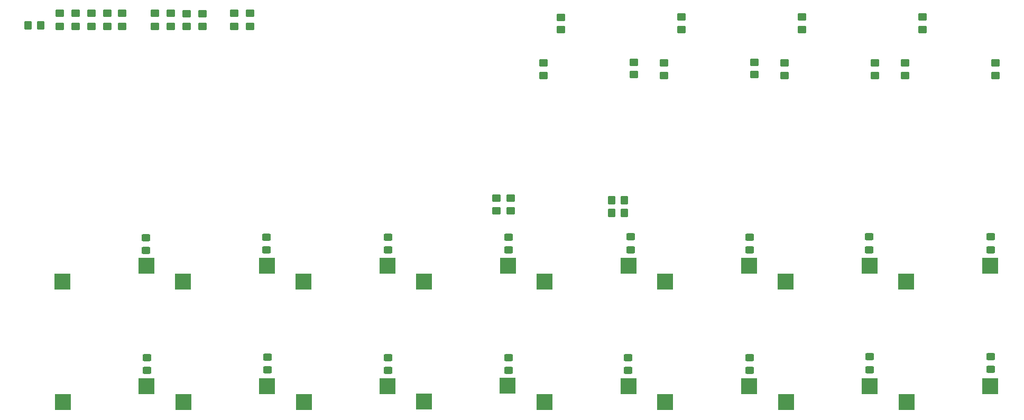
<source format=gbr>
%TF.GenerationSoftware,KiCad,Pcbnew,8.0.6*%
%TF.CreationDate,2025-04-15T16:38:21+01:00*%
%TF.ProjectId,PicoSynth,5069636f-5379-46e7-9468-2e6b69636164,rev?*%
%TF.SameCoordinates,Original*%
%TF.FileFunction,Paste,Bot*%
%TF.FilePolarity,Positive*%
%FSLAX46Y46*%
G04 Gerber Fmt 4.6, Leading zero omitted, Abs format (unit mm)*
G04 Created by KiCad (PCBNEW 8.0.6) date 2025-04-15 16:38:21*
%MOMM*%
%LPD*%
G01*
G04 APERTURE LIST*
G04 Aperture macros list*
%AMRoundRect*
0 Rectangle with rounded corners*
0 $1 Rounding radius*
0 $2 $3 $4 $5 $6 $7 $8 $9 X,Y pos of 4 corners*
0 Add a 4 corners polygon primitive as box body*
4,1,4,$2,$3,$4,$5,$6,$7,$8,$9,$2,$3,0*
0 Add four circle primitives for the rounded corners*
1,1,$1+$1,$2,$3*
1,1,$1+$1,$4,$5*
1,1,$1+$1,$6,$7*
1,1,$1+$1,$8,$9*
0 Add four rect primitives between the rounded corners*
20,1,$1+$1,$2,$3,$4,$5,0*
20,1,$1+$1,$4,$5,$6,$7,0*
20,1,$1+$1,$6,$7,$8,$9,0*
20,1,$1+$1,$8,$9,$2,$3,0*%
G04 Aperture macros list end*
%ADD10R,2.550000X2.500000*%
%ADD11RoundRect,0.250000X-0.450000X0.325000X-0.450000X-0.325000X0.450000X-0.325000X0.450000X0.325000X0*%
%ADD12RoundRect,0.193720X0.486280X-0.386280X0.486280X0.386280X-0.486280X0.386280X-0.486280X-0.386280X0*%
%ADD13RoundRect,0.192950X0.512050X-0.374550X0.512050X0.374550X-0.512050X0.374550X-0.512050X-0.374550X0*%
%ADD14RoundRect,0.193720X0.386280X0.486280X-0.386280X0.486280X-0.386280X-0.486280X0.386280X-0.486280X0*%
%ADD15RoundRect,0.193720X-0.486280X0.386280X-0.486280X-0.386280X0.486280X-0.386280X0.486280X0.386280X0*%
%ADD16RoundRect,0.192950X-0.374550X-0.512050X0.374550X-0.512050X0.374550X0.512050X-0.374550X0.512050X0*%
G04 APERTURE END LIST*
D10*
%TO.C,SW9*%
X51306500Y-100584000D03*
X64731500Y-98044000D03*
%TD*%
%TO.C,SW12*%
X109144500Y-100549200D03*
X122569500Y-98009200D03*
%TD*%
%TO.C,SW11*%
X89903500Y-100600000D03*
X103328500Y-98060000D03*
%TD*%
%TO.C,SW13*%
X128480000Y-81280000D03*
X141905000Y-78740000D03*
%TD*%
%TO.C,SW6*%
X70568000Y-81280000D03*
X83993000Y-78740000D03*
%TD*%
%TO.C,SW15*%
X147784000Y-81305400D03*
X161209000Y-78765400D03*
%TD*%
%TO.C,SW10*%
X70610500Y-100584000D03*
X84035500Y-98044000D03*
%TD*%
%TO.C,SW16*%
X147788500Y-100625400D03*
X161213500Y-98085400D03*
%TD*%
%TO.C,SW19*%
X186392000Y-81280000D03*
X199817000Y-78740000D03*
%TD*%
%TO.C,SW7*%
X89872000Y-81280000D03*
X103297000Y-78740000D03*
%TD*%
%TO.C,SW18*%
X167108500Y-100584000D03*
X180533500Y-98044000D03*
%TD*%
%TO.C,SW8*%
X109182100Y-81280000D03*
X122607100Y-78740000D03*
%TD*%
%TO.C,SW17*%
X167088000Y-81280000D03*
X180513000Y-78740000D03*
%TD*%
%TO.C,SW20*%
X186423500Y-100584000D03*
X199848500Y-98044000D03*
%TD*%
%TO.C,SW5*%
X51264000Y-81280000D03*
X64689000Y-78740000D03*
%TD*%
%TO.C,SW14*%
X128491000Y-100584000D03*
X141916000Y-98044000D03*
%TD*%
D11*
%TO.C,D14*%
X180467000Y-74133600D03*
X180467000Y-76183600D03*
%TD*%
D12*
%TO.C,R15*%
X150368000Y-40874000D03*
X150368000Y-38874000D03*
%TD*%
D11*
%TO.C,D13*%
X161294500Y-93507400D03*
X161294500Y-95557400D03*
%TD*%
D13*
%TO.C,C27*%
X66040000Y-40386000D03*
X66040000Y-38311000D03*
%TD*%
D11*
%TO.C,D8*%
X103378000Y-93463000D03*
X103378000Y-95513000D03*
%TD*%
%TO.C,D11*%
X141859000Y-93463000D03*
X141859000Y-95513000D03*
%TD*%
D12*
%TO.C,R13*%
X166878000Y-48256000D03*
X166878000Y-46256000D03*
%TD*%
D13*
%TO.C,C24*%
X71120000Y-40407500D03*
X71120000Y-38332500D03*
%TD*%
%TO.C,C25*%
X50800000Y-40386000D03*
X50800000Y-38311000D03*
%TD*%
D11*
%TO.C,D9*%
X122656600Y-93463000D03*
X122656600Y-95513000D03*
%TD*%
D14*
%TO.C,R8*%
X141217400Y-68275200D03*
X139217400Y-68275200D03*
%TD*%
D15*
%TO.C,R14*%
X181356000Y-46256000D03*
X181356000Y-48256000D03*
%TD*%
D13*
%TO.C,C23*%
X68580000Y-40386000D03*
X68580000Y-38311000D03*
%TD*%
D11*
%TO.C,D4*%
X103360900Y-74199000D03*
X103360900Y-76249000D03*
%TD*%
%TO.C,D10*%
X142240000Y-74133600D03*
X142240000Y-76183600D03*
%TD*%
D13*
%TO.C,C20*%
X58420000Y-40386000D03*
X58420000Y-38311000D03*
%TD*%
%TO.C,C26*%
X53340000Y-40386000D03*
X53340000Y-38311000D03*
%TD*%
D15*
%TO.C,R20*%
X200660000Y-46240000D03*
X200660000Y-48240000D03*
%TD*%
D11*
%TO.C,D15*%
X180487500Y-93355000D03*
X180487500Y-95405000D03*
%TD*%
D12*
%TO.C,R22*%
X123063000Y-69945000D03*
X123063000Y-67945000D03*
%TD*%
D11*
%TO.C,D12*%
X161290000Y-74159000D03*
X161290000Y-76209000D03*
%TD*%
D12*
%TO.C,R11*%
X169672000Y-40874000D03*
X169672000Y-38874000D03*
%TD*%
D11*
%TO.C,D7*%
X84085000Y-93397600D03*
X84085000Y-95447600D03*
%TD*%
%TO.C,D3*%
X83951900Y-74159000D03*
X83951900Y-76209000D03*
%TD*%
D15*
%TO.C,R19*%
X162052000Y-46141000D03*
X162052000Y-48141000D03*
%TD*%
D13*
%TO.C,C17*%
X73660000Y-40407500D03*
X73660000Y-38332500D03*
%TD*%
D12*
%TO.C,R18*%
X186182000Y-48256000D03*
X186182000Y-46256000D03*
%TD*%
D13*
%TO.C,C19*%
X78740000Y-40386000D03*
X78740000Y-38311000D03*
%TD*%
%TO.C,C22*%
X55880000Y-40386000D03*
X55880000Y-38311000D03*
%TD*%
D11*
%TO.C,D16*%
X199898000Y-74133600D03*
X199898000Y-76183600D03*
%TD*%
D15*
%TO.C,R12*%
X142733000Y-46141000D03*
X142733000Y-48141000D03*
%TD*%
D14*
%TO.C,R7*%
X141217400Y-70256400D03*
X139217400Y-70256400D03*
%TD*%
D11*
%TO.C,D6*%
X64770000Y-93463000D03*
X64770000Y-95513000D03*
%TD*%
D12*
%TO.C,R10*%
X131064000Y-40924800D03*
X131064000Y-38924800D03*
%TD*%
%TO.C,R17*%
X188976000Y-40890000D03*
X188976000Y-38890000D03*
%TD*%
D11*
%TO.C,D5*%
X122682000Y-74150000D03*
X122682000Y-76200000D03*
%TD*%
%TO.C,D2*%
X64647900Y-74228000D03*
X64647900Y-76278000D03*
%TD*%
D12*
%TO.C,R21*%
X120777000Y-69945000D03*
X120777000Y-67945000D03*
%TD*%
%TO.C,R16*%
X147574000Y-48240000D03*
X147574000Y-46240000D03*
%TD*%
D13*
%TO.C,C18*%
X81280000Y-40386000D03*
X81280000Y-38311000D03*
%TD*%
%TO.C,C21*%
X60833000Y-40386000D03*
X60833000Y-38311000D03*
%TD*%
D16*
%TO.C,C28*%
X45720000Y-40259000D03*
X47795000Y-40259000D03*
%TD*%
D12*
%TO.C,R9*%
X128270000Y-48256000D03*
X128270000Y-46256000D03*
%TD*%
D11*
%TO.C,D17*%
X199879000Y-93336000D03*
X199879000Y-95386000D03*
%TD*%
M02*

</source>
